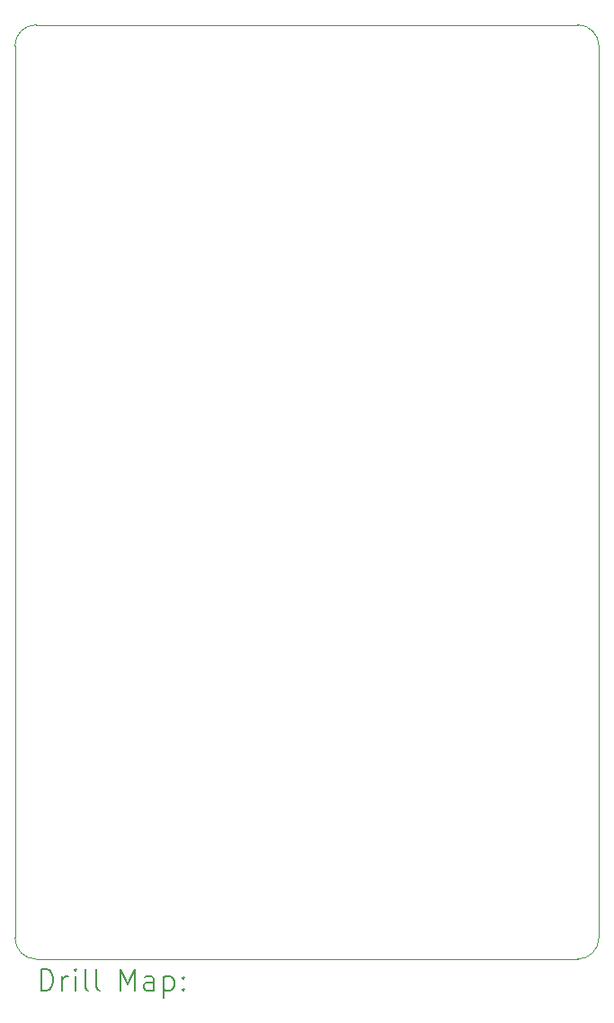
<source format=gbr>
%TF.GenerationSoftware,KiCad,Pcbnew,(7.0.0)*%
%TF.CreationDate,2023-02-19T07:45:58+03:00*%
%TF.ProjectId,pcb-heater,7063622d-6865-4617-9465-722e6b696361,rev?*%
%TF.SameCoordinates,Original*%
%TF.FileFunction,Drillmap*%
%TF.FilePolarity,Positive*%
%FSLAX45Y45*%
G04 Gerber Fmt 4.5, Leading zero omitted, Abs format (unit mm)*
G04 Created by KiCad (PCBNEW (7.0.0)) date 2023-02-19 07:45:58*
%MOMM*%
%LPD*%
G01*
G04 APERTURE LIST*
%ADD10C,0.050000*%
%ADD11C,0.200000*%
G04 APERTURE END LIST*
D10*
X15500000Y-5200000D02*
G75*
G03*
X15300000Y-5000000I-200000J0D01*
G01*
X15500000Y-5200000D02*
X15500000Y-13600000D01*
X15300000Y-13800000D02*
X10200000Y-13800000D01*
X10000000Y-13600000D02*
X10000000Y-5200000D01*
X10200000Y-5000000D02*
G75*
G03*
X10000000Y-5200000I0J-200000D01*
G01*
X10000000Y-13600000D02*
G75*
G03*
X10200000Y-13800000I200000J0D01*
G01*
X15300000Y-13800000D02*
G75*
G03*
X15500000Y-13600000I0J200000D01*
G01*
X10200000Y-5000000D02*
X15300000Y-5000000D01*
D11*
X10245119Y-14095976D02*
X10245119Y-13895976D01*
X10245119Y-13895976D02*
X10292738Y-13895976D01*
X10292738Y-13895976D02*
X10321310Y-13905500D01*
X10321310Y-13905500D02*
X10340357Y-13924548D01*
X10340357Y-13924548D02*
X10349881Y-13943595D01*
X10349881Y-13943595D02*
X10359405Y-13981690D01*
X10359405Y-13981690D02*
X10359405Y-14010262D01*
X10359405Y-14010262D02*
X10349881Y-14048357D01*
X10349881Y-14048357D02*
X10340357Y-14067405D01*
X10340357Y-14067405D02*
X10321310Y-14086452D01*
X10321310Y-14086452D02*
X10292738Y-14095976D01*
X10292738Y-14095976D02*
X10245119Y-14095976D01*
X10445119Y-14095976D02*
X10445119Y-13962643D01*
X10445119Y-14000738D02*
X10454643Y-13981690D01*
X10454643Y-13981690D02*
X10464167Y-13972167D01*
X10464167Y-13972167D02*
X10483214Y-13962643D01*
X10483214Y-13962643D02*
X10502262Y-13962643D01*
X10568929Y-14095976D02*
X10568929Y-13962643D01*
X10568929Y-13895976D02*
X10559405Y-13905500D01*
X10559405Y-13905500D02*
X10568929Y-13915024D01*
X10568929Y-13915024D02*
X10578452Y-13905500D01*
X10578452Y-13905500D02*
X10568929Y-13895976D01*
X10568929Y-13895976D02*
X10568929Y-13915024D01*
X10692738Y-14095976D02*
X10673690Y-14086452D01*
X10673690Y-14086452D02*
X10664167Y-14067405D01*
X10664167Y-14067405D02*
X10664167Y-13895976D01*
X10797500Y-14095976D02*
X10778452Y-14086452D01*
X10778452Y-14086452D02*
X10768929Y-14067405D01*
X10768929Y-14067405D02*
X10768929Y-13895976D01*
X10993690Y-14095976D02*
X10993690Y-13895976D01*
X10993690Y-13895976D02*
X11060357Y-14038833D01*
X11060357Y-14038833D02*
X11127024Y-13895976D01*
X11127024Y-13895976D02*
X11127024Y-14095976D01*
X11307976Y-14095976D02*
X11307976Y-13991214D01*
X11307976Y-13991214D02*
X11298452Y-13972167D01*
X11298452Y-13972167D02*
X11279405Y-13962643D01*
X11279405Y-13962643D02*
X11241309Y-13962643D01*
X11241309Y-13962643D02*
X11222262Y-13972167D01*
X11307976Y-14086452D02*
X11288928Y-14095976D01*
X11288928Y-14095976D02*
X11241309Y-14095976D01*
X11241309Y-14095976D02*
X11222262Y-14086452D01*
X11222262Y-14086452D02*
X11212738Y-14067405D01*
X11212738Y-14067405D02*
X11212738Y-14048357D01*
X11212738Y-14048357D02*
X11222262Y-14029309D01*
X11222262Y-14029309D02*
X11241309Y-14019786D01*
X11241309Y-14019786D02*
X11288928Y-14019786D01*
X11288928Y-14019786D02*
X11307976Y-14010262D01*
X11403214Y-13962643D02*
X11403214Y-14162643D01*
X11403214Y-13972167D02*
X11422262Y-13962643D01*
X11422262Y-13962643D02*
X11460357Y-13962643D01*
X11460357Y-13962643D02*
X11479405Y-13972167D01*
X11479405Y-13972167D02*
X11488928Y-13981690D01*
X11488928Y-13981690D02*
X11498452Y-14000738D01*
X11498452Y-14000738D02*
X11498452Y-14057881D01*
X11498452Y-14057881D02*
X11488928Y-14076928D01*
X11488928Y-14076928D02*
X11479405Y-14086452D01*
X11479405Y-14086452D02*
X11460357Y-14095976D01*
X11460357Y-14095976D02*
X11422262Y-14095976D01*
X11422262Y-14095976D02*
X11403214Y-14086452D01*
X11584167Y-14076928D02*
X11593690Y-14086452D01*
X11593690Y-14086452D02*
X11584167Y-14095976D01*
X11584167Y-14095976D02*
X11574643Y-14086452D01*
X11574643Y-14086452D02*
X11584167Y-14076928D01*
X11584167Y-14076928D02*
X11584167Y-14095976D01*
X11584167Y-13972167D02*
X11593690Y-13981690D01*
X11593690Y-13981690D02*
X11584167Y-13991214D01*
X11584167Y-13991214D02*
X11574643Y-13981690D01*
X11574643Y-13981690D02*
X11584167Y-13972167D01*
X11584167Y-13972167D02*
X11584167Y-13991214D01*
M02*

</source>
